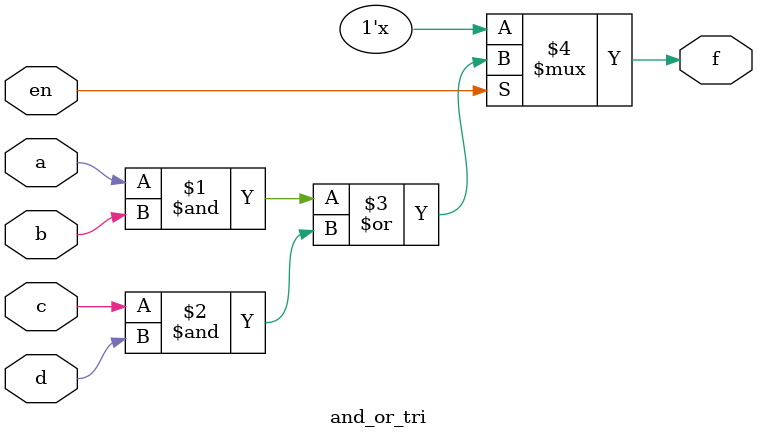
<source format=v>
module and_or_tri(input  a ,
                  input  b ,
                  input  c ,
                  input  d ,
                  input  en,
                  output f );
//wire e;
//wire e = (a&b) | (c&d);
//assign f = en ? e : 1'bz;
assign f = en ? (a&b)|(c&d) : 1'bz;

endmodule

</source>
